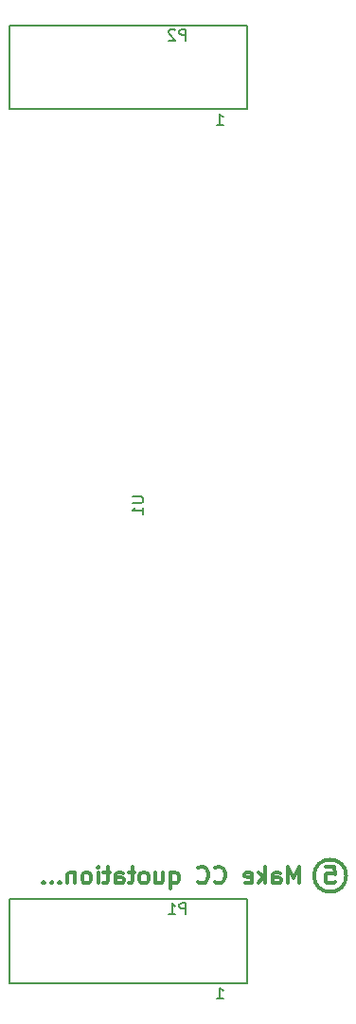
<source format=gbr>
G04 #@! TF.GenerationSoftware,KiCad,Pcbnew,5.0.2-bee76a0~70~ubuntu18.04.1*
G04 #@! TF.CreationDate,2019-05-09T10:07:15+02:00*
G04 #@! TF.ProjectId,smartcard,736d6172-7463-4617-9264-2e6b69636164,rev?*
G04 #@! TF.SameCoordinates,Original*
G04 #@! TF.FileFunction,Legend,Bot*
G04 #@! TF.FilePolarity,Positive*
%FSLAX46Y46*%
G04 Gerber Fmt 4.6, Leading zero omitted, Abs format (unit mm)*
G04 Created by KiCad (PCBNEW 5.0.2-bee76a0~70~ubuntu18.04.1) date jeu. 09 mai 2019 10:07:15 CEST*
%MOMM*%
%LPD*%
G01*
G04 APERTURE LIST*
%ADD10C,0.300000*%
%ADD11C,0.150000*%
G04 APERTURE END LIST*
D10*
X129443874Y-136309598D02*
X130158159Y-136309598D01*
X130229588Y-137023884D01*
X130158159Y-136952455D01*
X130015302Y-136881027D01*
X129658159Y-136881027D01*
X129515302Y-136952455D01*
X129443874Y-137023884D01*
X129372445Y-137166741D01*
X129372445Y-137523884D01*
X129443874Y-137666741D01*
X129515302Y-137738169D01*
X129658159Y-137809598D01*
X130015302Y-137809598D01*
X130158159Y-137738169D01*
X130229588Y-137666741D01*
X127048874Y-137809598D02*
X127048874Y-136309598D01*
X126548874Y-137381027D01*
X126048874Y-136309598D01*
X126048874Y-137809598D01*
X124691731Y-137809598D02*
X124691731Y-137023884D01*
X124763159Y-136881027D01*
X124906017Y-136809598D01*
X125191731Y-136809598D01*
X125334588Y-136881027D01*
X124691731Y-137738169D02*
X124834588Y-137809598D01*
X125191731Y-137809598D01*
X125334588Y-137738169D01*
X125406017Y-137595312D01*
X125406017Y-137452455D01*
X125334588Y-137309598D01*
X125191731Y-137238169D01*
X124834588Y-137238169D01*
X124691731Y-137166741D01*
X123977445Y-137809598D02*
X123977445Y-136309598D01*
X123834588Y-137238169D02*
X123406017Y-137809598D01*
X123406017Y-136809598D02*
X123977445Y-137381027D01*
X122191731Y-137738169D02*
X122334588Y-137809598D01*
X122620302Y-137809598D01*
X122763159Y-137738169D01*
X122834588Y-137595312D01*
X122834588Y-137023884D01*
X122763159Y-136881027D01*
X122620302Y-136809598D01*
X122334588Y-136809598D01*
X122191731Y-136881027D01*
X122120302Y-137023884D01*
X122120302Y-137166741D01*
X122834588Y-137309598D01*
X119477445Y-137666741D02*
X119548874Y-137738169D01*
X119763159Y-137809598D01*
X119906017Y-137809598D01*
X120120302Y-137738169D01*
X120263159Y-137595312D01*
X120334588Y-137452455D01*
X120406017Y-137166741D01*
X120406017Y-136952455D01*
X120334588Y-136666741D01*
X120263159Y-136523884D01*
X120120302Y-136381027D01*
X119906017Y-136309598D01*
X119763159Y-136309598D01*
X119548874Y-136381027D01*
X119477445Y-136452455D01*
X117977445Y-137666741D02*
X118048874Y-137738169D01*
X118263159Y-137809598D01*
X118406017Y-137809598D01*
X118620302Y-137738169D01*
X118763159Y-137595312D01*
X118834588Y-137452455D01*
X118906017Y-137166741D01*
X118906017Y-136952455D01*
X118834588Y-136666741D01*
X118763159Y-136523884D01*
X118620302Y-136381027D01*
X118406017Y-136309598D01*
X118263159Y-136309598D01*
X118048874Y-136381027D01*
X117977445Y-136452455D01*
X115548874Y-136809598D02*
X115548874Y-138309598D01*
X115548874Y-137738169D02*
X115691731Y-137809598D01*
X115977445Y-137809598D01*
X116120302Y-137738169D01*
X116191731Y-137666741D01*
X116263159Y-137523884D01*
X116263159Y-137095312D01*
X116191731Y-136952455D01*
X116120302Y-136881027D01*
X115977445Y-136809598D01*
X115691731Y-136809598D01*
X115548874Y-136881027D01*
X114191731Y-136809598D02*
X114191731Y-137809598D01*
X114834588Y-136809598D02*
X114834588Y-137595312D01*
X114763159Y-137738169D01*
X114620302Y-137809598D01*
X114406017Y-137809598D01*
X114263159Y-137738169D01*
X114191731Y-137666741D01*
X113263159Y-137809598D02*
X113406017Y-137738169D01*
X113477445Y-137666741D01*
X113548874Y-137523884D01*
X113548874Y-137095312D01*
X113477445Y-136952455D01*
X113406017Y-136881027D01*
X113263159Y-136809598D01*
X113048874Y-136809598D01*
X112906017Y-136881027D01*
X112834588Y-136952455D01*
X112763159Y-137095312D01*
X112763159Y-137523884D01*
X112834588Y-137666741D01*
X112906017Y-137738169D01*
X113048874Y-137809598D01*
X113263159Y-137809598D01*
X112334588Y-136809598D02*
X111763159Y-136809598D01*
X112120302Y-136309598D02*
X112120302Y-137595312D01*
X112048874Y-137738169D01*
X111906017Y-137809598D01*
X111763159Y-137809598D01*
X110620302Y-137809598D02*
X110620302Y-137023884D01*
X110691731Y-136881027D01*
X110834588Y-136809598D01*
X111120302Y-136809598D01*
X111263159Y-136881027D01*
X110620302Y-137738169D02*
X110763159Y-137809598D01*
X111120302Y-137809598D01*
X111263159Y-137738169D01*
X111334588Y-137595312D01*
X111334588Y-137452455D01*
X111263159Y-137309598D01*
X111120302Y-137238169D01*
X110763159Y-137238169D01*
X110620302Y-137166741D01*
X110120302Y-136809598D02*
X109548874Y-136809598D01*
X109906017Y-136309598D02*
X109906017Y-137595312D01*
X109834588Y-137738169D01*
X109691731Y-137809598D01*
X109548874Y-137809598D01*
X109048874Y-137809598D02*
X109048874Y-136809598D01*
X109048874Y-136309598D02*
X109120302Y-136381027D01*
X109048874Y-136452455D01*
X108977445Y-136381027D01*
X109048874Y-136309598D01*
X109048874Y-136452455D01*
X108120302Y-137809598D02*
X108263159Y-137738169D01*
X108334588Y-137666741D01*
X108406017Y-137523884D01*
X108406017Y-137095312D01*
X108334588Y-136952455D01*
X108263159Y-136881027D01*
X108120302Y-136809598D01*
X107906017Y-136809598D01*
X107763159Y-136881027D01*
X107691731Y-136952455D01*
X107620302Y-137095312D01*
X107620302Y-137523884D01*
X107691731Y-137666741D01*
X107763159Y-137738169D01*
X107906017Y-137809598D01*
X108120302Y-137809598D01*
X106977445Y-136809598D02*
X106977445Y-137809598D01*
X106977445Y-136952455D02*
X106906017Y-136881027D01*
X106763159Y-136809598D01*
X106548874Y-136809598D01*
X106406017Y-136881027D01*
X106334588Y-137023884D01*
X106334588Y-137809598D01*
X105620302Y-137666741D02*
X105548874Y-137738169D01*
X105620302Y-137809598D01*
X105691731Y-137738169D01*
X105620302Y-137666741D01*
X105620302Y-137809598D01*
X104906017Y-137666741D02*
X104834588Y-137738169D01*
X104906017Y-137809598D01*
X104977445Y-137738169D01*
X104906017Y-137666741D01*
X104906017Y-137809598D01*
X104191731Y-137666741D02*
X104120302Y-137738169D01*
X104191731Y-137809598D01*
X104263159Y-137738169D01*
X104191731Y-137666741D01*
X104191731Y-137809598D01*
X131243238Y-137131027D02*
G75*
G03X131243238Y-137131027I-1442221J0D01*
G01*
D11*
G04 #@! TO.C,P2*
X122386017Y-68621027D02*
X122386017Y-61131027D01*
X101116017Y-68621027D02*
X122386017Y-68621027D01*
X101116017Y-61131027D02*
X101116017Y-68621027D01*
X122386017Y-61131027D02*
X101116017Y-61131027D01*
G04 #@! TO.C,P1*
X122386017Y-146721027D02*
X122386017Y-139231027D01*
X101116017Y-146721027D02*
X122386017Y-146721027D01*
X101116017Y-139231027D02*
X101116017Y-146721027D01*
X122386017Y-139231027D02*
X101116017Y-139231027D01*
G04 #@! TO.C,U1*
X112103397Y-103249122D02*
X112912921Y-103249122D01*
X113008159Y-103296741D01*
X113055778Y-103344360D01*
X113103397Y-103439598D01*
X113103397Y-103630074D01*
X113055778Y-103725312D01*
X113008159Y-103772931D01*
X112912921Y-103820550D01*
X112103397Y-103820550D01*
X113103397Y-104820550D02*
X113103397Y-104249122D01*
X113103397Y-104534836D02*
X112103397Y-104534836D01*
X112246255Y-104439598D01*
X112341493Y-104344360D01*
X112389112Y-104249122D01*
G04 #@! TO.C,P2*
X116889112Y-62463407D02*
X116889112Y-61463407D01*
X116508159Y-61463407D01*
X116412921Y-61511027D01*
X116365302Y-61558646D01*
X116317683Y-61653884D01*
X116317683Y-61796741D01*
X116365302Y-61891979D01*
X116412921Y-61939598D01*
X116508159Y-61987217D01*
X116889112Y-61987217D01*
X115936731Y-61558646D02*
X115889112Y-61511027D01*
X115793874Y-61463407D01*
X115555778Y-61463407D01*
X115460540Y-61511027D01*
X115412921Y-61558646D01*
X115365302Y-61653884D01*
X115365302Y-61749122D01*
X115412921Y-61891979D01*
X115984350Y-62463407D01*
X115365302Y-62463407D01*
X119665302Y-70028407D02*
X120236731Y-70028407D01*
X119951017Y-70028407D02*
X119951017Y-69028407D01*
X120046255Y-69171265D01*
X120141493Y-69266503D01*
X120236731Y-69314122D01*
G04 #@! TO.C,P1*
X116889112Y-140563407D02*
X116889112Y-139563407D01*
X116508159Y-139563407D01*
X116412921Y-139611027D01*
X116365302Y-139658646D01*
X116317683Y-139753884D01*
X116317683Y-139896741D01*
X116365302Y-139991979D01*
X116412921Y-140039598D01*
X116508159Y-140087217D01*
X116889112Y-140087217D01*
X115365302Y-140563407D02*
X115936731Y-140563407D01*
X115651017Y-140563407D02*
X115651017Y-139563407D01*
X115746255Y-139706265D01*
X115841493Y-139801503D01*
X115936731Y-139849122D01*
X119665302Y-148128407D02*
X120236731Y-148128407D01*
X119951017Y-148128407D02*
X119951017Y-147128407D01*
X120046255Y-147271265D01*
X120141493Y-147366503D01*
X120236731Y-147414122D01*
G04 #@! TD*
M02*

</source>
